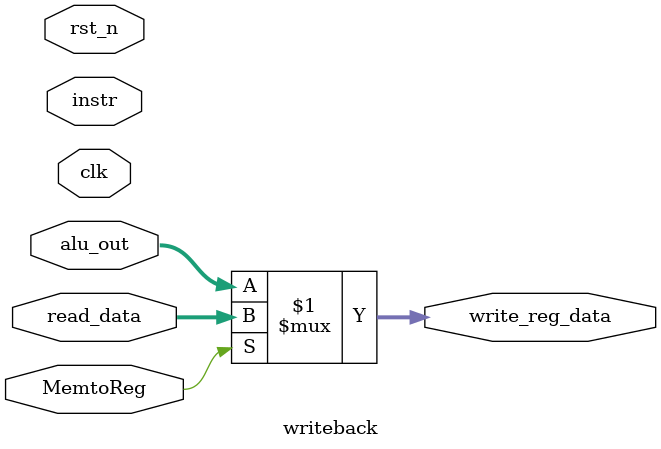
<source format=v>
module writeback (
	clk,
	rst_n,
	instr,
	read_data,
	alu_out,
	MemtoReg,
	write_reg_data,
);

	input clk;
	input rst_n;
	input [15:0] instr;
	input [15:0] read_data;
	input [15:0] alu_out;

	input MemtoReg;

	output [15:0] write_reg_data;

	assign write_reg_data = MemtoReg ? read_data : alu_out;

endmodule

</source>
